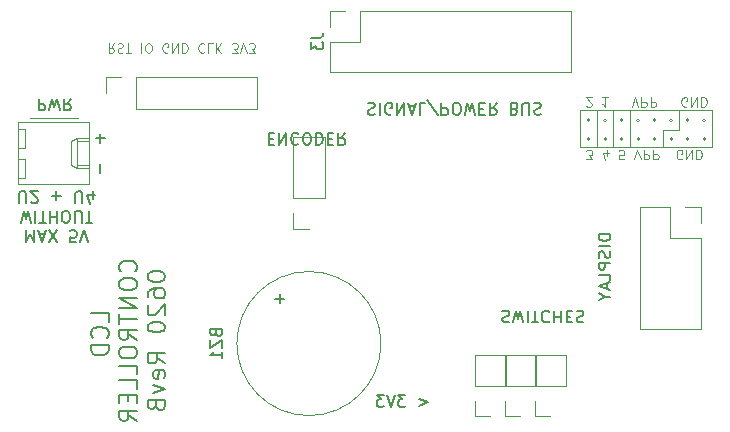
<source format=gbr>
G04 #@! TF.GenerationSoftware,KiCad,Pcbnew,5.1.6-c6e7f7d~86~ubuntu18.04.1*
G04 #@! TF.CreationDate,2020-06-27T17:17:55+01:00*
G04 #@! TF.ProjectId,Controller,436f6e74-726f-46c6-9c65-722e6b696361,rev?*
G04 #@! TF.SameCoordinates,Original*
G04 #@! TF.FileFunction,Legend,Bot*
G04 #@! TF.FilePolarity,Positive*
%FSLAX46Y46*%
G04 Gerber Fmt 4.6, Leading zero omitted, Abs format (unit mm)*
G04 Created by KiCad (PCBNEW 5.1.6-c6e7f7d~86~ubuntu18.04.1) date 2020-06-27 17:17:55*
%MOMM*%
%LPD*%
G01*
G04 APERTURE LIST*
%ADD10C,0.120000*%
%ADD11C,0.100000*%
%ADD12C,0.150000*%
G04 APERTURE END LIST*
D10*
X161163000Y-103632000D02*
X149987000Y-103632000D01*
X149987000Y-100457000D02*
X161163000Y-100457000D01*
D11*
X150470214Y-104641595D02*
X150965452Y-104641595D01*
X150698785Y-104336833D01*
X150813071Y-104336833D01*
X150889261Y-104298738D01*
X150927357Y-104260642D01*
X150965452Y-104184452D01*
X150965452Y-103993976D01*
X150927357Y-103917785D01*
X150889261Y-103879690D01*
X150813071Y-103841595D01*
X150584500Y-103841595D01*
X150508309Y-103879690D01*
X150470214Y-103917785D01*
X152260690Y-104374928D02*
X152260690Y-103841595D01*
X152070214Y-104679690D02*
X151879738Y-104108261D01*
X152374976Y-104108261D01*
X153670214Y-104641595D02*
X153289261Y-104641595D01*
X153251166Y-104260642D01*
X153289261Y-104298738D01*
X153365452Y-104336833D01*
X153555928Y-104336833D01*
X153632119Y-104298738D01*
X153670214Y-104260642D01*
X153708309Y-104184452D01*
X153708309Y-103993976D01*
X153670214Y-103917785D01*
X153632119Y-103879690D01*
X153555928Y-103841595D01*
X153365452Y-103841595D01*
X153289261Y-103879690D01*
X153251166Y-103917785D01*
X154546404Y-104641595D02*
X154813071Y-103841595D01*
X155079738Y-104641595D01*
X155346404Y-103841595D02*
X155346404Y-104641595D01*
X155651166Y-104641595D01*
X155727357Y-104603500D01*
X155765452Y-104565404D01*
X155803547Y-104489214D01*
X155803547Y-104374928D01*
X155765452Y-104298738D01*
X155727357Y-104260642D01*
X155651166Y-104222547D01*
X155346404Y-104222547D01*
X156146404Y-103841595D02*
X156146404Y-104641595D01*
X156451166Y-104641595D01*
X156527357Y-104603500D01*
X156565452Y-104565404D01*
X156603547Y-104489214D01*
X156603547Y-104374928D01*
X156565452Y-104298738D01*
X156527357Y-104260642D01*
X156451166Y-104222547D01*
X156146404Y-104222547D01*
X158584500Y-104603500D02*
X158508309Y-104641595D01*
X158394023Y-104641595D01*
X158279738Y-104603500D01*
X158203547Y-104527309D01*
X158165452Y-104451119D01*
X158127357Y-104298738D01*
X158127357Y-104184452D01*
X158165452Y-104032071D01*
X158203547Y-103955880D01*
X158279738Y-103879690D01*
X158394023Y-103841595D01*
X158470214Y-103841595D01*
X158584500Y-103879690D01*
X158622595Y-103917785D01*
X158622595Y-104184452D01*
X158470214Y-104184452D01*
X158965452Y-103841595D02*
X158965452Y-104641595D01*
X159422595Y-103841595D01*
X159422595Y-104641595D01*
X159803547Y-103841595D02*
X159803547Y-104641595D01*
X159994023Y-104641595D01*
X160108309Y-104603500D01*
X160184500Y-104527309D01*
X160222595Y-104451119D01*
X160260690Y-104298738D01*
X160260690Y-104184452D01*
X160222595Y-104032071D01*
X160184500Y-103955880D01*
X160108309Y-103879690D01*
X159994023Y-103841595D01*
X159803547Y-103841595D01*
X150470238Y-100120404D02*
X150508333Y-100158500D01*
X150584523Y-100196595D01*
X150775000Y-100196595D01*
X150851190Y-100158500D01*
X150889285Y-100120404D01*
X150927380Y-100044214D01*
X150927380Y-99968023D01*
X150889285Y-99853738D01*
X150432142Y-99396595D01*
X150927380Y-99396595D01*
X152298809Y-99396595D02*
X151841666Y-99396595D01*
X152070238Y-99396595D02*
X152070238Y-100196595D01*
X151994047Y-100082309D01*
X151917857Y-100006119D01*
X151841666Y-99968023D01*
X154355952Y-100196595D02*
X154622619Y-99396595D01*
X154889285Y-100196595D01*
X155155952Y-99396595D02*
X155155952Y-100196595D01*
X155460714Y-100196595D01*
X155536904Y-100158500D01*
X155575000Y-100120404D01*
X155613095Y-100044214D01*
X155613095Y-99929928D01*
X155575000Y-99853738D01*
X155536904Y-99815642D01*
X155460714Y-99777547D01*
X155155952Y-99777547D01*
X155955952Y-99396595D02*
X155955952Y-100196595D01*
X156260714Y-100196595D01*
X156336904Y-100158500D01*
X156375000Y-100120404D01*
X156413095Y-100044214D01*
X156413095Y-99929928D01*
X156375000Y-99853738D01*
X156336904Y-99815642D01*
X156260714Y-99777547D01*
X155955952Y-99777547D01*
X159003571Y-100158500D02*
X158927380Y-100196595D01*
X158813095Y-100196595D01*
X158698809Y-100158500D01*
X158622619Y-100082309D01*
X158584523Y-100006119D01*
X158546428Y-99853738D01*
X158546428Y-99739452D01*
X158584523Y-99587071D01*
X158622619Y-99510880D01*
X158698809Y-99434690D01*
X158813095Y-99396595D01*
X158889285Y-99396595D01*
X159003571Y-99434690D01*
X159041666Y-99472785D01*
X159041666Y-99739452D01*
X158889285Y-99739452D01*
X159384523Y-99396595D02*
X159384523Y-100196595D01*
X159841666Y-99396595D01*
X159841666Y-100196595D01*
X160222619Y-99396595D02*
X160222619Y-100196595D01*
X160413095Y-100196595D01*
X160527380Y-100158500D01*
X160603571Y-100082309D01*
X160641666Y-100006119D01*
X160679761Y-99853738D01*
X160679761Y-99739452D01*
X160641666Y-99587071D01*
X160603571Y-99510880D01*
X160527380Y-99434690D01*
X160413095Y-99396595D01*
X160222619Y-99396595D01*
D10*
X158369000Y-102171500D02*
X156972000Y-102171500D01*
X159194500Y-102933500D02*
G75*
G03*
X159194500Y-102933500I-127000J0D01*
G01*
X156400500Y-102933500D02*
G75*
G03*
X156400500Y-102933500I-127000J0D01*
G01*
X153606500Y-102933500D02*
G75*
G03*
X153606500Y-102933500I-127000J0D01*
G01*
X152209500Y-102933500D02*
G75*
G03*
X152209500Y-102933500I-127000J0D01*
G01*
X160591500Y-102933500D02*
G75*
G03*
X160591500Y-102933500I-127000J0D01*
G01*
X150812500Y-102933500D02*
G75*
G03*
X150812500Y-102933500I-127000J0D01*
G01*
X155003500Y-102933500D02*
G75*
G03*
X155003500Y-102933500I-127000J0D01*
G01*
X157797500Y-102933500D02*
G75*
G03*
X157797500Y-102933500I-127000J0D01*
G01*
X150812500Y-101346000D02*
G75*
G03*
X150812500Y-101346000I-127000J0D01*
G01*
X152209500Y-101346000D02*
G75*
G03*
X152209500Y-101346000I-127000J0D01*
G01*
X153606500Y-101346000D02*
G75*
G03*
X153606500Y-101346000I-127000J0D01*
G01*
X155003500Y-101346000D02*
G75*
G03*
X155003500Y-101346000I-127000J0D01*
G01*
X156400500Y-101346000D02*
G75*
G03*
X156400500Y-101346000I-127000J0D01*
G01*
X157797500Y-101346000D02*
G75*
G03*
X157797500Y-101346000I-127000J0D01*
G01*
X159194500Y-101346000D02*
G75*
G03*
X159194500Y-101346000I-127000J0D01*
G01*
X160591500Y-101346000D02*
G75*
G03*
X160591500Y-101346000I-127000J0D01*
G01*
X161163000Y-100457000D02*
X161163000Y-103632000D01*
X158369000Y-100457000D02*
X158369000Y-102171500D01*
X156972000Y-102171500D02*
X156972000Y-103632000D01*
X154178000Y-100457000D02*
X154178000Y-103632000D01*
X152781000Y-100457000D02*
X152781000Y-103632000D01*
X151384000Y-100457000D02*
X151384000Y-103632000D01*
X149987000Y-100457000D02*
X149987000Y-103632000D01*
D12*
X103089390Y-110671619D02*
X103089390Y-111671619D01*
X103422723Y-110957333D01*
X103756057Y-111671619D01*
X103756057Y-110671619D01*
X104184628Y-110957333D02*
X104660819Y-110957333D01*
X104089390Y-110671619D02*
X104422723Y-111671619D01*
X104756057Y-110671619D01*
X104994152Y-111671619D02*
X105660819Y-110671619D01*
X105660819Y-111671619D02*
X104994152Y-110671619D01*
X107279866Y-111671619D02*
X106803676Y-111671619D01*
X106756057Y-111195428D01*
X106803676Y-111243047D01*
X106898914Y-111290666D01*
X107137009Y-111290666D01*
X107232247Y-111243047D01*
X107279866Y-111195428D01*
X107327485Y-111100190D01*
X107327485Y-110862095D01*
X107279866Y-110766857D01*
X107232247Y-110719238D01*
X107137009Y-110671619D01*
X106898914Y-110671619D01*
X106803676Y-110719238D01*
X106756057Y-110766857D01*
X107613200Y-111671619D02*
X107946533Y-110671619D01*
X108279866Y-111671619D01*
X102613200Y-110021619D02*
X102851295Y-109021619D01*
X103041771Y-109735904D01*
X103232247Y-109021619D01*
X103470342Y-110021619D01*
X103851295Y-109021619D02*
X103851295Y-110021619D01*
X104184628Y-110021619D02*
X104756057Y-110021619D01*
X104470342Y-109021619D02*
X104470342Y-110021619D01*
X105089390Y-109021619D02*
X105089390Y-110021619D01*
X105089390Y-109545428D02*
X105660819Y-109545428D01*
X105660819Y-109021619D02*
X105660819Y-110021619D01*
X106327485Y-110021619D02*
X106517961Y-110021619D01*
X106613200Y-109974000D01*
X106708438Y-109878761D01*
X106756057Y-109688285D01*
X106756057Y-109354952D01*
X106708438Y-109164476D01*
X106613200Y-109069238D01*
X106517961Y-109021619D01*
X106327485Y-109021619D01*
X106232247Y-109069238D01*
X106137009Y-109164476D01*
X106089390Y-109354952D01*
X106089390Y-109688285D01*
X106137009Y-109878761D01*
X106232247Y-109974000D01*
X106327485Y-110021619D01*
X107184628Y-110021619D02*
X107184628Y-109212095D01*
X107232247Y-109116857D01*
X107279866Y-109069238D01*
X107375104Y-109021619D01*
X107565580Y-109021619D01*
X107660819Y-109069238D01*
X107708438Y-109116857D01*
X107756057Y-109212095D01*
X107756057Y-110021619D01*
X108089390Y-110021619D02*
X108660819Y-110021619D01*
X108375104Y-109021619D02*
X108375104Y-110021619D01*
X102470342Y-108371619D02*
X102470342Y-107562095D01*
X102517961Y-107466857D01*
X102565580Y-107419238D01*
X102660819Y-107371619D01*
X102851295Y-107371619D01*
X102946533Y-107419238D01*
X102994152Y-107466857D01*
X103041771Y-107562095D01*
X103041771Y-108371619D01*
X103470342Y-108276380D02*
X103517961Y-108324000D01*
X103613200Y-108371619D01*
X103851295Y-108371619D01*
X103946533Y-108324000D01*
X103994152Y-108276380D01*
X104041771Y-108181142D01*
X104041771Y-108085904D01*
X103994152Y-107943047D01*
X103422723Y-107371619D01*
X104041771Y-107371619D01*
X105232247Y-107752571D02*
X105994152Y-107752571D01*
X105613200Y-107371619D02*
X105613200Y-108133523D01*
X107232247Y-108371619D02*
X107232247Y-107562095D01*
X107279866Y-107466857D01*
X107327485Y-107419238D01*
X107422723Y-107371619D01*
X107613200Y-107371619D01*
X107708438Y-107419238D01*
X107756057Y-107466857D01*
X107803676Y-107562095D01*
X107803676Y-108371619D01*
X108708438Y-108038285D02*
X108708438Y-107371619D01*
X108470342Y-108419238D02*
X108232247Y-107704952D01*
X108851295Y-107704952D01*
X104127466Y-99522019D02*
X104127466Y-100522019D01*
X104508419Y-100522019D01*
X104603657Y-100474400D01*
X104651276Y-100426780D01*
X104698895Y-100331542D01*
X104698895Y-100188685D01*
X104651276Y-100093447D01*
X104603657Y-100045828D01*
X104508419Y-99998209D01*
X104127466Y-99998209D01*
X105032228Y-100522019D02*
X105270323Y-99522019D01*
X105460800Y-100236304D01*
X105651276Y-99522019D01*
X105889371Y-100522019D01*
X106841752Y-99522019D02*
X106508419Y-99998209D01*
X106270323Y-99522019D02*
X106270323Y-100522019D01*
X106651276Y-100522019D01*
X106746514Y-100474400D01*
X106794133Y-100426780D01*
X106841752Y-100331542D01*
X106841752Y-100188685D01*
X106794133Y-100093447D01*
X106746514Y-100045828D01*
X106651276Y-99998209D01*
X106270323Y-99998209D01*
X110038571Y-118407857D02*
X110038571Y-117693571D01*
X108538571Y-117693571D01*
X109895714Y-119765000D02*
X109967142Y-119693571D01*
X110038571Y-119479285D01*
X110038571Y-119336428D01*
X109967142Y-119122142D01*
X109824285Y-118979285D01*
X109681428Y-118907857D01*
X109395714Y-118836428D01*
X109181428Y-118836428D01*
X108895714Y-118907857D01*
X108752857Y-118979285D01*
X108610000Y-119122142D01*
X108538571Y-119336428D01*
X108538571Y-119479285D01*
X108610000Y-119693571D01*
X108681428Y-119765000D01*
X110038571Y-120407857D02*
X108538571Y-120407857D01*
X108538571Y-120765000D01*
X108610000Y-120979285D01*
X108752857Y-121122142D01*
X108895714Y-121193571D01*
X109181428Y-121265000D01*
X109395714Y-121265000D01*
X109681428Y-121193571D01*
X109824285Y-121122142D01*
X109967142Y-120979285D01*
X110038571Y-120765000D01*
X110038571Y-120407857D01*
X112295714Y-114157857D02*
X112367142Y-114086428D01*
X112438571Y-113872142D01*
X112438571Y-113729285D01*
X112367142Y-113515000D01*
X112224285Y-113372142D01*
X112081428Y-113300714D01*
X111795714Y-113229285D01*
X111581428Y-113229285D01*
X111295714Y-113300714D01*
X111152857Y-113372142D01*
X111010000Y-113515000D01*
X110938571Y-113729285D01*
X110938571Y-113872142D01*
X111010000Y-114086428D01*
X111081428Y-114157857D01*
X110938571Y-115086428D02*
X110938571Y-115372142D01*
X111010000Y-115515000D01*
X111152857Y-115657857D01*
X111438571Y-115729285D01*
X111938571Y-115729285D01*
X112224285Y-115657857D01*
X112367142Y-115515000D01*
X112438571Y-115372142D01*
X112438571Y-115086428D01*
X112367142Y-114943571D01*
X112224285Y-114800714D01*
X111938571Y-114729285D01*
X111438571Y-114729285D01*
X111152857Y-114800714D01*
X111010000Y-114943571D01*
X110938571Y-115086428D01*
X112438571Y-116372142D02*
X110938571Y-116372142D01*
X112438571Y-117229285D01*
X110938571Y-117229285D01*
X110938571Y-117729285D02*
X110938571Y-118586428D01*
X112438571Y-118157857D02*
X110938571Y-118157857D01*
X112438571Y-119943571D02*
X111724285Y-119443571D01*
X112438571Y-119086428D02*
X110938571Y-119086428D01*
X110938571Y-119657857D01*
X111010000Y-119800714D01*
X111081428Y-119872142D01*
X111224285Y-119943571D01*
X111438571Y-119943571D01*
X111581428Y-119872142D01*
X111652857Y-119800714D01*
X111724285Y-119657857D01*
X111724285Y-119086428D01*
X110938571Y-120872142D02*
X110938571Y-121157857D01*
X111010000Y-121300714D01*
X111152857Y-121443571D01*
X111438571Y-121515000D01*
X111938571Y-121515000D01*
X112224285Y-121443571D01*
X112367142Y-121300714D01*
X112438571Y-121157857D01*
X112438571Y-120872142D01*
X112367142Y-120729285D01*
X112224285Y-120586428D01*
X111938571Y-120515000D01*
X111438571Y-120515000D01*
X111152857Y-120586428D01*
X111010000Y-120729285D01*
X110938571Y-120872142D01*
X112438571Y-122872142D02*
X112438571Y-122157857D01*
X110938571Y-122157857D01*
X112438571Y-124086428D02*
X112438571Y-123372142D01*
X110938571Y-123372142D01*
X111652857Y-124586428D02*
X111652857Y-125086428D01*
X112438571Y-125300714D02*
X112438571Y-124586428D01*
X110938571Y-124586428D01*
X110938571Y-125300714D01*
X112438571Y-126800714D02*
X111724285Y-126300714D01*
X112438571Y-125943571D02*
X110938571Y-125943571D01*
X110938571Y-126515000D01*
X111010000Y-126657857D01*
X111081428Y-126729285D01*
X111224285Y-126800714D01*
X111438571Y-126800714D01*
X111581428Y-126729285D01*
X111652857Y-126657857D01*
X111724285Y-126515000D01*
X111724285Y-125943571D01*
X113338571Y-114515000D02*
X113338571Y-114657857D01*
X113410000Y-114800714D01*
X113481428Y-114872142D01*
X113624285Y-114943571D01*
X113910000Y-115015000D01*
X114267142Y-115015000D01*
X114552857Y-114943571D01*
X114695714Y-114872142D01*
X114767142Y-114800714D01*
X114838571Y-114657857D01*
X114838571Y-114515000D01*
X114767142Y-114372142D01*
X114695714Y-114300714D01*
X114552857Y-114229285D01*
X114267142Y-114157857D01*
X113910000Y-114157857D01*
X113624285Y-114229285D01*
X113481428Y-114300714D01*
X113410000Y-114372142D01*
X113338571Y-114515000D01*
X113338571Y-116300714D02*
X113338571Y-116015000D01*
X113410000Y-115872142D01*
X113481428Y-115800714D01*
X113695714Y-115657857D01*
X113981428Y-115586428D01*
X114552857Y-115586428D01*
X114695714Y-115657857D01*
X114767142Y-115729285D01*
X114838571Y-115872142D01*
X114838571Y-116157857D01*
X114767142Y-116300714D01*
X114695714Y-116372142D01*
X114552857Y-116443571D01*
X114195714Y-116443571D01*
X114052857Y-116372142D01*
X113981428Y-116300714D01*
X113910000Y-116157857D01*
X113910000Y-115872142D01*
X113981428Y-115729285D01*
X114052857Y-115657857D01*
X114195714Y-115586428D01*
X113481428Y-117015000D02*
X113410000Y-117086428D01*
X113338571Y-117229285D01*
X113338571Y-117586428D01*
X113410000Y-117729285D01*
X113481428Y-117800714D01*
X113624285Y-117872142D01*
X113767142Y-117872142D01*
X113981428Y-117800714D01*
X114838571Y-116943571D01*
X114838571Y-117872142D01*
X113338571Y-118800714D02*
X113338571Y-118943571D01*
X113410000Y-119086428D01*
X113481428Y-119157857D01*
X113624285Y-119229285D01*
X113910000Y-119300714D01*
X114267142Y-119300714D01*
X114552857Y-119229285D01*
X114695714Y-119157857D01*
X114767142Y-119086428D01*
X114838571Y-118943571D01*
X114838571Y-118800714D01*
X114767142Y-118657857D01*
X114695714Y-118586428D01*
X114552857Y-118515000D01*
X114267142Y-118443571D01*
X113910000Y-118443571D01*
X113624285Y-118515000D01*
X113481428Y-118586428D01*
X113410000Y-118657857D01*
X113338571Y-118800714D01*
X114838571Y-121943571D02*
X114124285Y-121443571D01*
X114838571Y-121086428D02*
X113338571Y-121086428D01*
X113338571Y-121657857D01*
X113410000Y-121800714D01*
X113481428Y-121872142D01*
X113624285Y-121943571D01*
X113838571Y-121943571D01*
X113981428Y-121872142D01*
X114052857Y-121800714D01*
X114124285Y-121657857D01*
X114124285Y-121086428D01*
X114767142Y-123157857D02*
X114838571Y-123015000D01*
X114838571Y-122729285D01*
X114767142Y-122586428D01*
X114624285Y-122515000D01*
X114052857Y-122515000D01*
X113910000Y-122586428D01*
X113838571Y-122729285D01*
X113838571Y-123015000D01*
X113910000Y-123157857D01*
X114052857Y-123229285D01*
X114195714Y-123229285D01*
X114338571Y-122515000D01*
X113838571Y-123729285D02*
X114838571Y-124086428D01*
X113838571Y-124443571D01*
X114052857Y-125515000D02*
X114124285Y-125729285D01*
X114195714Y-125800714D01*
X114338571Y-125872142D01*
X114552857Y-125872142D01*
X114695714Y-125800714D01*
X114767142Y-125729285D01*
X114838571Y-125586428D01*
X114838571Y-125015000D01*
X113338571Y-125015000D01*
X113338571Y-125515000D01*
X113410000Y-125657857D01*
X113481428Y-125729285D01*
X113624285Y-125800714D01*
X113767142Y-125800714D01*
X113910000Y-125729285D01*
X113981428Y-125657857D01*
X114052857Y-125515000D01*
X114052857Y-125015000D01*
X136318452Y-124944214D02*
X137080357Y-125229928D01*
X136318452Y-125515642D01*
X135175595Y-124610880D02*
X134556547Y-124610880D01*
X134889880Y-124991833D01*
X134747023Y-124991833D01*
X134651785Y-125039452D01*
X134604166Y-125087071D01*
X134556547Y-125182309D01*
X134556547Y-125420404D01*
X134604166Y-125515642D01*
X134651785Y-125563261D01*
X134747023Y-125610880D01*
X135032738Y-125610880D01*
X135127976Y-125563261D01*
X135175595Y-125515642D01*
X134270833Y-124610880D02*
X133937500Y-125610880D01*
X133604166Y-124610880D01*
X133366071Y-124610880D02*
X132747023Y-124610880D01*
X133080357Y-124991833D01*
X132937500Y-124991833D01*
X132842261Y-125039452D01*
X132794642Y-125087071D01*
X132747023Y-125182309D01*
X132747023Y-125420404D01*
X132794642Y-125515642D01*
X132842261Y-125563261D01*
X132937500Y-125610880D01*
X133223214Y-125610880D01*
X133318452Y-125563261D01*
X133366071Y-125515642D01*
X123595214Y-102941428D02*
X123928547Y-102941428D01*
X124071404Y-102417619D02*
X123595214Y-102417619D01*
X123595214Y-103417619D01*
X124071404Y-103417619D01*
X124499976Y-102417619D02*
X124499976Y-103417619D01*
X125071404Y-102417619D01*
X125071404Y-103417619D01*
X126119023Y-102512857D02*
X126071404Y-102465238D01*
X125928547Y-102417619D01*
X125833309Y-102417619D01*
X125690452Y-102465238D01*
X125595214Y-102560476D01*
X125547595Y-102655714D01*
X125499976Y-102846190D01*
X125499976Y-102989047D01*
X125547595Y-103179523D01*
X125595214Y-103274761D01*
X125690452Y-103370000D01*
X125833309Y-103417619D01*
X125928547Y-103417619D01*
X126071404Y-103370000D01*
X126119023Y-103322380D01*
X126738071Y-103417619D02*
X126928547Y-103417619D01*
X127023785Y-103370000D01*
X127119023Y-103274761D01*
X127166642Y-103084285D01*
X127166642Y-102750952D01*
X127119023Y-102560476D01*
X127023785Y-102465238D01*
X126928547Y-102417619D01*
X126738071Y-102417619D01*
X126642833Y-102465238D01*
X126547595Y-102560476D01*
X126499976Y-102750952D01*
X126499976Y-103084285D01*
X126547595Y-103274761D01*
X126642833Y-103370000D01*
X126738071Y-103417619D01*
X127595214Y-102417619D02*
X127595214Y-103417619D01*
X127833309Y-103417619D01*
X127976166Y-103370000D01*
X128071404Y-103274761D01*
X128119023Y-103179523D01*
X128166642Y-102989047D01*
X128166642Y-102846190D01*
X128119023Y-102655714D01*
X128071404Y-102560476D01*
X127976166Y-102465238D01*
X127833309Y-102417619D01*
X127595214Y-102417619D01*
X128595214Y-102941428D02*
X128928547Y-102941428D01*
X129071404Y-102417619D02*
X128595214Y-102417619D01*
X128595214Y-103417619D01*
X129071404Y-103417619D01*
X130071404Y-102417619D02*
X129738071Y-102893809D01*
X129499976Y-102417619D02*
X129499976Y-103417619D01*
X129880928Y-103417619D01*
X129976166Y-103370000D01*
X130023785Y-103322380D01*
X130071404Y-103227142D01*
X130071404Y-103084285D01*
X130023785Y-102989047D01*
X129976166Y-102941428D01*
X129880928Y-102893809D01*
X129499976Y-102893809D01*
D11*
X110490714Y-94837295D02*
X110224047Y-95218247D01*
X110033571Y-94837295D02*
X110033571Y-95637295D01*
X110338333Y-95637295D01*
X110414523Y-95599200D01*
X110452619Y-95561104D01*
X110490714Y-95484914D01*
X110490714Y-95370628D01*
X110452619Y-95294438D01*
X110414523Y-95256342D01*
X110338333Y-95218247D01*
X110033571Y-95218247D01*
X110795476Y-94875390D02*
X110909761Y-94837295D01*
X111100238Y-94837295D01*
X111176428Y-94875390D01*
X111214523Y-94913485D01*
X111252619Y-94989676D01*
X111252619Y-95065866D01*
X111214523Y-95142057D01*
X111176428Y-95180152D01*
X111100238Y-95218247D01*
X110947857Y-95256342D01*
X110871666Y-95294438D01*
X110833571Y-95332533D01*
X110795476Y-95408723D01*
X110795476Y-95484914D01*
X110833571Y-95561104D01*
X110871666Y-95599200D01*
X110947857Y-95637295D01*
X111138333Y-95637295D01*
X111252619Y-95599200D01*
X111481190Y-95637295D02*
X111938333Y-95637295D01*
X111709761Y-94837295D02*
X111709761Y-95637295D01*
X112814523Y-94837295D02*
X112814523Y-95637295D01*
X113347857Y-95637295D02*
X113500238Y-95637295D01*
X113576428Y-95599200D01*
X113652619Y-95523009D01*
X113690714Y-95370628D01*
X113690714Y-95103961D01*
X113652619Y-94951580D01*
X113576428Y-94875390D01*
X113500238Y-94837295D01*
X113347857Y-94837295D01*
X113271666Y-94875390D01*
X113195476Y-94951580D01*
X113157380Y-95103961D01*
X113157380Y-95370628D01*
X113195476Y-95523009D01*
X113271666Y-95599200D01*
X113347857Y-95637295D01*
X115062142Y-95599200D02*
X114985952Y-95637295D01*
X114871666Y-95637295D01*
X114757380Y-95599200D01*
X114681190Y-95523009D01*
X114643095Y-95446819D01*
X114605000Y-95294438D01*
X114605000Y-95180152D01*
X114643095Y-95027771D01*
X114681190Y-94951580D01*
X114757380Y-94875390D01*
X114871666Y-94837295D01*
X114947857Y-94837295D01*
X115062142Y-94875390D01*
X115100238Y-94913485D01*
X115100238Y-95180152D01*
X114947857Y-95180152D01*
X115443095Y-94837295D02*
X115443095Y-95637295D01*
X115900238Y-94837295D01*
X115900238Y-95637295D01*
X116281190Y-94837295D02*
X116281190Y-95637295D01*
X116471666Y-95637295D01*
X116585952Y-95599200D01*
X116662142Y-95523009D01*
X116700238Y-95446819D01*
X116738333Y-95294438D01*
X116738333Y-95180152D01*
X116700238Y-95027771D01*
X116662142Y-94951580D01*
X116585952Y-94875390D01*
X116471666Y-94837295D01*
X116281190Y-94837295D01*
X118147857Y-94913485D02*
X118109761Y-94875390D01*
X117995476Y-94837295D01*
X117919285Y-94837295D01*
X117805000Y-94875390D01*
X117728809Y-94951580D01*
X117690714Y-95027771D01*
X117652619Y-95180152D01*
X117652619Y-95294438D01*
X117690714Y-95446819D01*
X117728809Y-95523009D01*
X117805000Y-95599200D01*
X117919285Y-95637295D01*
X117995476Y-95637295D01*
X118109761Y-95599200D01*
X118147857Y-95561104D01*
X118871666Y-94837295D02*
X118490714Y-94837295D01*
X118490714Y-95637295D01*
X119138333Y-94837295D02*
X119138333Y-95637295D01*
X119595476Y-94837295D02*
X119252619Y-95294438D01*
X119595476Y-95637295D02*
X119138333Y-95180152D01*
X120471666Y-95637295D02*
X120966904Y-95637295D01*
X120700238Y-95332533D01*
X120814523Y-95332533D01*
X120890714Y-95294438D01*
X120928809Y-95256342D01*
X120966904Y-95180152D01*
X120966904Y-94989676D01*
X120928809Y-94913485D01*
X120890714Y-94875390D01*
X120814523Y-94837295D01*
X120585952Y-94837295D01*
X120509761Y-94875390D01*
X120471666Y-94913485D01*
X121195476Y-95637295D02*
X121462142Y-94837295D01*
X121728809Y-95637295D01*
X121919285Y-95637295D02*
X122414523Y-95637295D01*
X122147857Y-95332533D01*
X122262142Y-95332533D01*
X122338333Y-95294438D01*
X122376428Y-95256342D01*
X122414523Y-95180152D01*
X122414523Y-94989676D01*
X122376428Y-94913485D01*
X122338333Y-94875390D01*
X122262142Y-94837295D01*
X122033571Y-94837295D01*
X121957380Y-94875390D01*
X121919285Y-94913485D01*
D12*
X109342228Y-105029047D02*
X109342228Y-105790952D01*
X109702552Y-102890628D02*
X108940647Y-102890628D01*
X109321600Y-103271580D02*
X109321600Y-102509676D01*
X131985666Y-99925238D02*
X132128523Y-99877619D01*
X132366619Y-99877619D01*
X132461857Y-99925238D01*
X132509476Y-99972857D01*
X132557095Y-100068095D01*
X132557095Y-100163333D01*
X132509476Y-100258571D01*
X132461857Y-100306190D01*
X132366619Y-100353809D01*
X132176142Y-100401428D01*
X132080904Y-100449047D01*
X132033285Y-100496666D01*
X131985666Y-100591904D01*
X131985666Y-100687142D01*
X132033285Y-100782380D01*
X132080904Y-100830000D01*
X132176142Y-100877619D01*
X132414238Y-100877619D01*
X132557095Y-100830000D01*
X132985666Y-99877619D02*
X132985666Y-100877619D01*
X133985666Y-100830000D02*
X133890428Y-100877619D01*
X133747571Y-100877619D01*
X133604714Y-100830000D01*
X133509476Y-100734761D01*
X133461857Y-100639523D01*
X133414238Y-100449047D01*
X133414238Y-100306190D01*
X133461857Y-100115714D01*
X133509476Y-100020476D01*
X133604714Y-99925238D01*
X133747571Y-99877619D01*
X133842809Y-99877619D01*
X133985666Y-99925238D01*
X134033285Y-99972857D01*
X134033285Y-100306190D01*
X133842809Y-100306190D01*
X134461857Y-99877619D02*
X134461857Y-100877619D01*
X135033285Y-99877619D01*
X135033285Y-100877619D01*
X135461857Y-100163333D02*
X135938047Y-100163333D01*
X135366619Y-99877619D02*
X135699952Y-100877619D01*
X136033285Y-99877619D01*
X136842809Y-99877619D02*
X136366619Y-99877619D01*
X136366619Y-100877619D01*
X137890428Y-100925238D02*
X137033285Y-99639523D01*
X138223761Y-99877619D02*
X138223761Y-100877619D01*
X138604714Y-100877619D01*
X138699952Y-100830000D01*
X138747571Y-100782380D01*
X138795190Y-100687142D01*
X138795190Y-100544285D01*
X138747571Y-100449047D01*
X138699952Y-100401428D01*
X138604714Y-100353809D01*
X138223761Y-100353809D01*
X139414238Y-100877619D02*
X139604714Y-100877619D01*
X139699952Y-100830000D01*
X139795190Y-100734761D01*
X139842809Y-100544285D01*
X139842809Y-100210952D01*
X139795190Y-100020476D01*
X139699952Y-99925238D01*
X139604714Y-99877619D01*
X139414238Y-99877619D01*
X139319000Y-99925238D01*
X139223761Y-100020476D01*
X139176142Y-100210952D01*
X139176142Y-100544285D01*
X139223761Y-100734761D01*
X139319000Y-100830000D01*
X139414238Y-100877619D01*
X140176142Y-100877619D02*
X140414238Y-99877619D01*
X140604714Y-100591904D01*
X140795190Y-99877619D01*
X141033285Y-100877619D01*
X141414238Y-100401428D02*
X141747571Y-100401428D01*
X141890428Y-99877619D02*
X141414238Y-99877619D01*
X141414238Y-100877619D01*
X141890428Y-100877619D01*
X142890428Y-99877619D02*
X142557095Y-100353809D01*
X142319000Y-99877619D02*
X142319000Y-100877619D01*
X142699952Y-100877619D01*
X142795190Y-100830000D01*
X142842809Y-100782380D01*
X142890428Y-100687142D01*
X142890428Y-100544285D01*
X142842809Y-100449047D01*
X142795190Y-100401428D01*
X142699952Y-100353809D01*
X142319000Y-100353809D01*
X144414238Y-100401428D02*
X144557095Y-100353809D01*
X144604714Y-100306190D01*
X144652333Y-100210952D01*
X144652333Y-100068095D01*
X144604714Y-99972857D01*
X144557095Y-99925238D01*
X144461857Y-99877619D01*
X144080904Y-99877619D01*
X144080904Y-100877619D01*
X144414238Y-100877619D01*
X144509476Y-100830000D01*
X144557095Y-100782380D01*
X144604714Y-100687142D01*
X144604714Y-100591904D01*
X144557095Y-100496666D01*
X144509476Y-100449047D01*
X144414238Y-100401428D01*
X144080904Y-100401428D01*
X145080904Y-100877619D02*
X145080904Y-100068095D01*
X145128523Y-99972857D01*
X145176142Y-99925238D01*
X145271380Y-99877619D01*
X145461857Y-99877619D01*
X145557095Y-99925238D01*
X145604714Y-99972857D01*
X145652333Y-100068095D01*
X145652333Y-100877619D01*
X146080904Y-99925238D02*
X146223761Y-99877619D01*
X146461857Y-99877619D01*
X146557095Y-99925238D01*
X146604714Y-99972857D01*
X146652333Y-100068095D01*
X146652333Y-100163333D01*
X146604714Y-100258571D01*
X146557095Y-100306190D01*
X146461857Y-100353809D01*
X146271380Y-100401428D01*
X146176142Y-100449047D01*
X146128523Y-100496666D01*
X146080904Y-100591904D01*
X146080904Y-100687142D01*
X146128523Y-100782380D01*
X146176142Y-100830000D01*
X146271380Y-100877619D01*
X146509476Y-100877619D01*
X146652333Y-100830000D01*
X152534880Y-110990404D02*
X151534880Y-110990404D01*
X151534880Y-111228500D01*
X151582500Y-111371357D01*
X151677738Y-111466595D01*
X151772976Y-111514214D01*
X151963452Y-111561833D01*
X152106309Y-111561833D01*
X152296785Y-111514214D01*
X152392023Y-111466595D01*
X152487261Y-111371357D01*
X152534880Y-111228500D01*
X152534880Y-110990404D01*
X152534880Y-111990404D02*
X151534880Y-111990404D01*
X152487261Y-112418976D02*
X152534880Y-112561833D01*
X152534880Y-112799928D01*
X152487261Y-112895166D01*
X152439642Y-112942785D01*
X152344404Y-112990404D01*
X152249166Y-112990404D01*
X152153928Y-112942785D01*
X152106309Y-112895166D01*
X152058690Y-112799928D01*
X152011071Y-112609452D01*
X151963452Y-112514214D01*
X151915833Y-112466595D01*
X151820595Y-112418976D01*
X151725357Y-112418976D01*
X151630119Y-112466595D01*
X151582500Y-112514214D01*
X151534880Y-112609452D01*
X151534880Y-112847547D01*
X151582500Y-112990404D01*
X152534880Y-113418976D02*
X151534880Y-113418976D01*
X151534880Y-113799928D01*
X151582500Y-113895166D01*
X151630119Y-113942785D01*
X151725357Y-113990404D01*
X151868214Y-113990404D01*
X151963452Y-113942785D01*
X152011071Y-113895166D01*
X152058690Y-113799928D01*
X152058690Y-113418976D01*
X152534880Y-114895166D02*
X152534880Y-114418976D01*
X151534880Y-114418976D01*
X152249166Y-115180880D02*
X152249166Y-115657071D01*
X152534880Y-115085642D02*
X151534880Y-115418976D01*
X152534880Y-115752309D01*
X152058690Y-116276119D02*
X152534880Y-116276119D01*
X151534880Y-115942785D02*
X152058690Y-116276119D01*
X151534880Y-116609452D01*
X143383428Y-117514738D02*
X143526285Y-117467119D01*
X143764380Y-117467119D01*
X143859619Y-117514738D01*
X143907238Y-117562357D01*
X143954857Y-117657595D01*
X143954857Y-117752833D01*
X143907238Y-117848071D01*
X143859619Y-117895690D01*
X143764380Y-117943309D01*
X143573904Y-117990928D01*
X143478666Y-118038547D01*
X143431047Y-118086166D01*
X143383428Y-118181404D01*
X143383428Y-118276642D01*
X143431047Y-118371880D01*
X143478666Y-118419500D01*
X143573904Y-118467119D01*
X143812000Y-118467119D01*
X143954857Y-118419500D01*
X144288190Y-118467119D02*
X144526285Y-117467119D01*
X144716761Y-118181404D01*
X144907238Y-117467119D01*
X145145333Y-118467119D01*
X145526285Y-117467119D02*
X145526285Y-118467119D01*
X145859619Y-118467119D02*
X146431047Y-118467119D01*
X146145333Y-117467119D02*
X146145333Y-118467119D01*
X147335809Y-117562357D02*
X147288190Y-117514738D01*
X147145333Y-117467119D01*
X147050095Y-117467119D01*
X146907238Y-117514738D01*
X146812000Y-117609976D01*
X146764380Y-117705214D01*
X146716761Y-117895690D01*
X146716761Y-118038547D01*
X146764380Y-118229023D01*
X146812000Y-118324261D01*
X146907238Y-118419500D01*
X147050095Y-118467119D01*
X147145333Y-118467119D01*
X147288190Y-118419500D01*
X147335809Y-118371880D01*
X147764380Y-117467119D02*
X147764380Y-118467119D01*
X147764380Y-117990928D02*
X148335809Y-117990928D01*
X148335809Y-117467119D02*
X148335809Y-118467119D01*
X148812000Y-117990928D02*
X149145333Y-117990928D01*
X149288190Y-117467119D02*
X148812000Y-117467119D01*
X148812000Y-118467119D01*
X149288190Y-118467119D01*
X149669142Y-117514738D02*
X149812000Y-117467119D01*
X150050095Y-117467119D01*
X150145333Y-117514738D01*
X150192952Y-117562357D01*
X150240571Y-117657595D01*
X150240571Y-117752833D01*
X150192952Y-117848071D01*
X150145333Y-117895690D01*
X150050095Y-117943309D01*
X149859619Y-117990928D01*
X149764380Y-118038547D01*
X149716761Y-118086166D01*
X149669142Y-118181404D01*
X149669142Y-118276642D01*
X149716761Y-118371880D01*
X149764380Y-118419500D01*
X149859619Y-118467119D01*
X150097714Y-118467119D01*
X150240571Y-118419500D01*
D10*
X102980000Y-106210000D02*
X102380000Y-106210000D01*
X102980000Y-104610000D02*
X102980000Y-106210000D01*
X102380000Y-104610000D02*
X102980000Y-104610000D01*
X102980000Y-103670000D02*
X102380000Y-103670000D01*
X102980000Y-102070000D02*
X102980000Y-103670000D01*
X102380000Y-102070000D02*
X102980000Y-102070000D01*
X108400000Y-105160000D02*
X107400000Y-105160000D01*
X108400000Y-103120000D02*
X107400000Y-103120000D01*
X106870000Y-105160000D02*
X107400000Y-105410000D01*
X106870000Y-103120000D02*
X106870000Y-105160000D01*
X107400000Y-102870000D02*
X106870000Y-103120000D01*
X107400000Y-105410000D02*
X108400000Y-105410000D01*
X107400000Y-102870000D02*
X107400000Y-105410000D01*
X108400000Y-102870000D02*
X107400000Y-102870000D01*
X103410000Y-101200000D02*
X107410000Y-101200000D01*
X102380000Y-106790000D02*
X102380000Y-101490000D01*
X108400000Y-106790000D02*
X102380000Y-106790000D01*
X108400000Y-101490000D02*
X108400000Y-106790000D01*
X102380000Y-101490000D02*
X108400000Y-101490000D01*
X133100000Y-120259000D02*
G75*
G03*
X133100000Y-120259000I-6100000J0D01*
G01*
X143577000Y-126425000D02*
X144907000Y-126425000D01*
X143577000Y-125095000D02*
X143577000Y-126425000D01*
X143577000Y-123825000D02*
X146237000Y-123825000D01*
X146237000Y-123825000D02*
X146237000Y-121225000D01*
X143577000Y-123825000D02*
X143577000Y-121225000D01*
X143577000Y-121225000D02*
X146237000Y-121225000D01*
X146117000Y-126425000D02*
X147447000Y-126425000D01*
X146117000Y-125095000D02*
X146117000Y-126425000D01*
X146117000Y-123825000D02*
X148777000Y-123825000D01*
X148777000Y-123825000D02*
X148777000Y-121225000D01*
X146117000Y-123825000D02*
X146117000Y-121225000D01*
X146117000Y-121225000D02*
X148777000Y-121225000D01*
X141037000Y-126425000D02*
X142367000Y-126425000D01*
X141037000Y-125095000D02*
X141037000Y-126425000D01*
X141037000Y-123825000D02*
X143697000Y-123825000D01*
X143697000Y-123825000D02*
X143697000Y-121225000D01*
X141037000Y-123825000D02*
X141037000Y-121225000D01*
X141037000Y-121225000D02*
X143697000Y-121225000D01*
X160207000Y-108715500D02*
X158877000Y-108715500D01*
X160207000Y-110045500D02*
X160207000Y-108715500D01*
X157607000Y-108715500D02*
X155007000Y-108715500D01*
X157607000Y-111315500D02*
X157607000Y-108715500D01*
X160207000Y-111315500D02*
X157607000Y-111315500D01*
X155007000Y-108715500D02*
X155007000Y-118995500D01*
X160207000Y-111315500D02*
X160207000Y-118995500D01*
X160207000Y-118995500D02*
X155007000Y-118995500D01*
X125695400Y-110524600D02*
X127025400Y-110524600D01*
X125695400Y-109194600D02*
X125695400Y-110524600D01*
X125695400Y-107924600D02*
X128355400Y-107924600D01*
X128355400Y-107924600D02*
X128355400Y-102784600D01*
X125695400Y-107924600D02*
X125695400Y-102784600D01*
X125695400Y-102784600D02*
X128355400Y-102784600D01*
X109795000Y-97730000D02*
X109795000Y-99060000D01*
X111125000Y-97730000D02*
X109795000Y-97730000D01*
X112395000Y-97730000D02*
X112395000Y-100390000D01*
X112395000Y-100390000D02*
X122615000Y-100390000D01*
X112395000Y-97730000D02*
X122615000Y-97730000D01*
X122615000Y-97730000D02*
X122615000Y-100390000D01*
X128756100Y-92091200D02*
X128756100Y-93421200D01*
X130086100Y-92091200D02*
X128756100Y-92091200D01*
X128756100Y-94691200D02*
X128756100Y-97291200D01*
X131356100Y-94691200D02*
X128756100Y-94691200D01*
X131356100Y-92091200D02*
X131356100Y-94691200D01*
X128756100Y-97291200D02*
X149196100Y-97291200D01*
X131356100Y-92091200D02*
X149196100Y-92091200D01*
X149196100Y-92091200D02*
X149196100Y-97291200D01*
D12*
X119118071Y-119378047D02*
X119165690Y-119520904D01*
X119213309Y-119568523D01*
X119308547Y-119616142D01*
X119451404Y-119616142D01*
X119546642Y-119568523D01*
X119594261Y-119520904D01*
X119641880Y-119425666D01*
X119641880Y-119044714D01*
X118641880Y-119044714D01*
X118641880Y-119378047D01*
X118689500Y-119473285D01*
X118737119Y-119520904D01*
X118832357Y-119568523D01*
X118927595Y-119568523D01*
X119022833Y-119520904D01*
X119070452Y-119473285D01*
X119118071Y-119378047D01*
X119118071Y-119044714D01*
X118641880Y-119949476D02*
X118641880Y-120616142D01*
X119641880Y-119949476D01*
X119641880Y-120616142D01*
X119641880Y-121520904D02*
X119641880Y-120949476D01*
X119641880Y-121235190D02*
X118641880Y-121235190D01*
X118784738Y-121139952D01*
X118879976Y-121044714D01*
X118927595Y-120949476D01*
X124531428Y-116068047D02*
X124531428Y-116829952D01*
X124912380Y-116449000D02*
X124150476Y-116449000D01*
X127208480Y-94357866D02*
X127922766Y-94357866D01*
X128065623Y-94310247D01*
X128160861Y-94215009D01*
X128208480Y-94072152D01*
X128208480Y-93976914D01*
X127208480Y-94738819D02*
X127208480Y-95357866D01*
X127589433Y-95024533D01*
X127589433Y-95167390D01*
X127637052Y-95262628D01*
X127684671Y-95310247D01*
X127779909Y-95357866D01*
X128018004Y-95357866D01*
X128113242Y-95310247D01*
X128160861Y-95262628D01*
X128208480Y-95167390D01*
X128208480Y-94881676D01*
X128160861Y-94786438D01*
X128113242Y-94738819D01*
M02*

</source>
